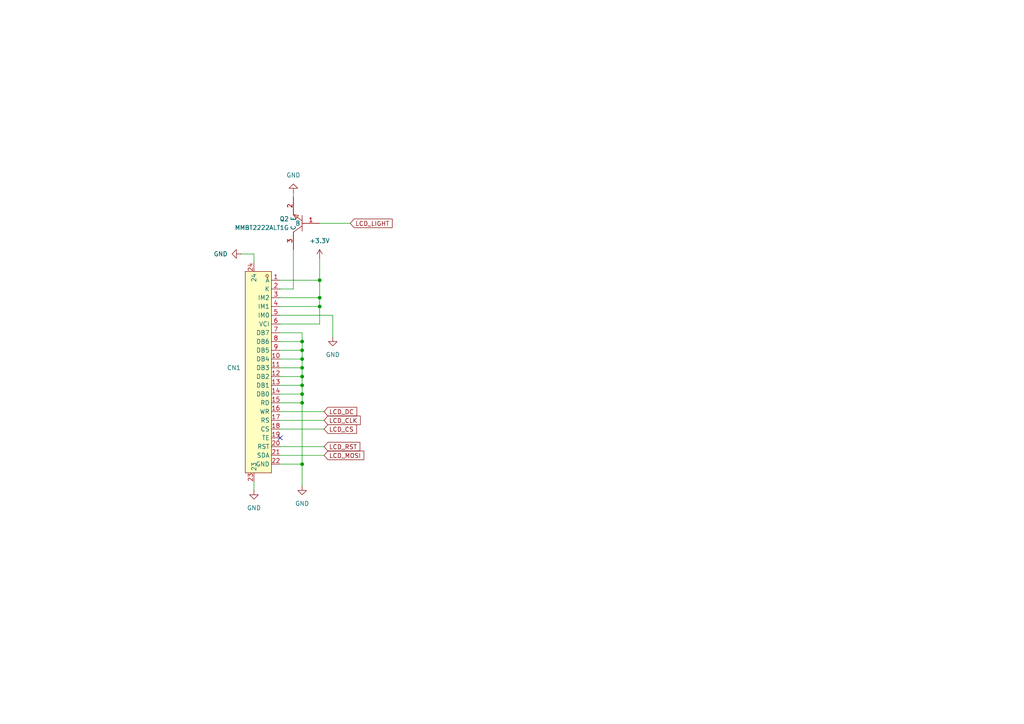
<source format=kicad_sch>
(kicad_sch (version 20250114) (generator "eeschema") (generator_version "9.0")
  (paper "A4")
  (lib_symbols
    (symbol "easyeda2kicad:HC-FPC-05-09-22RLTAG"
      (property "Reference" "CN" (at 0 36.83 0))
      (property "Value" "HC-FPC-05-09-22RLTAG" (at 0 -36.83 0))
      (symbol "HC-FPC-05-09-22RLTAG_0_1"
        (rectangle (start -2.54 29.21) (end 5.08 -29.21) (fill (type background)))
        (circle (center -1.27 27.94) (radius 0.38))
        (pin unspecified line (at -5.08 26.67 0) (length 2.54) (name "A") (number "1"))
        (pin unspecified line (at -5.08 24.13 0) (length 2.54) (name "K") (number "2"))
        (pin unspecified line (at -5.08 21.59 0) (length 2.54) (name "IM2") (number "3"))
        (pin unspecified line (at -5.08 19.05 0) (length 2.54) (name "IM1") (number "4"))
        (pin unspecified line (at -5.08 16.51 0) (length 2.54) (name "IM0") (number "5"))
        (pin unspecified line (at -5.08 13.97 0) (length 2.54) (name "VCI") (number "6"))
        (pin unspecified line (at -5.08 11.43 0) (length 2.54) (name "DB7") (number "7"))
        (pin unspecified line (at -5.08 8.89 0) (length 2.54) (name "DB6") (number "8"))
        (pin unspecified line (at -5.08 6.35 0) (length 2.54) (name "DB5") (number "9"))
        (pin unspecified line (at -5.08 3.81 0) (length 2.54) (name "DB4") (number "10"))
        (pin unspecified line (at -5.08 1.27 0) (length 2.54) (name "DB3") (number "11"))
        (pin unspecified line (at -5.08 -1.27 0) (length 2.54) (name "DB2") (number "12"))
        (pin unspecified line (at -5.08 -3.81 0) (length 2.54) (name "DB1") (number "13"))
        (pin unspecified line (at -5.08 -6.35 0) (length 2.54) (name "DB0") (number "14"))
        (pin unspecified line (at -5.08 -8.89 0) (length 2.54) (name "RD") (number "15"))
        (pin unspecified line (at -5.08 -11.43 0) (length 2.54) (name "WR") (number "16"))
        (pin unspecified line (at -5.08 -13.97 0) (length 2.54) (name "RS") (number "17"))
        (pin unspecified line (at -5.08 -16.51 0) (length 2.54) (name "CS") (number "18"))
        (pin unspecified line (at -5.08 -19.05 0) (length 2.54) (name "TE") (number "19"))
        (pin unspecified line (at -5.08 -21.59 0) (length 2.54) (name "RST") (number "20"))
        (pin unspecified line (at -5.08 -24.13 0) (length 2.54) (name "SDA") (number "21"))
        (pin unspecified line (at -5.08 -26.67 0) (length 2.54) (name "GND") (number "22"))
        (pin unspecified line (at 2.54 31.75 270) (length 2.54) (name "24") (number "24"))
        (pin unspecified line (at 2.54 -31.75 90) (length 2.54) (name "23") (number "23"))
      )
    )
    (symbol "easyeda2kicad:MMBT2222ALT1G"
      (property "Reference" "Q" (at 0 12.7 0))
      (property "Value" "MMBT2222ALT1G" (at 0 -12.7 0))
      (symbol "MMBT2222ALT1G_0_1"
        (polyline (pts (xy 0 2.29) (xy 0 -2.29)))
        (polyline (pts (xy 0 -0.76) (xy 2.54 -2.54)))
        (polyline (pts (xy 2.54 2.54) (xy 0 0.76)))
        (polyline (pts (xy 2.54 -2.54) (xy 1.78 -1.27) (xy 1.02 -2.29) (xy 2.54 -2.54)) (fill (type background)))
        (pin unspecified line (at -5.08 0 0) (length 5.08) (name "B") (number "1"))
        (pin unspecified line (at 2.54 7.62 270) (length 5.08) (name "C") (number "3"))
        (pin unspecified line (at 2.54 -7.62 90) (length 5.08) (name "E") (number "2"))
      )
    )
    (symbol "power:+3.3V" (power) (pin_numbers (hide yes)) (pin_names (offset 0) (hide yes))
      (property "Value" "+3.3V" (at 0 3.556 0))
      (symbol "+3.3V_0_1"
        (polyline (pts (xy -0.762 1.27) (xy 0 2.54)))
        (polyline (pts (xy 0 2.54) (xy 0.762 1.27)))
        (polyline (pts (xy 0 0) (xy 0 2.54)))
      )
      (symbol "+3.3V_1_1"
        (pin power_in line (at 0 0 90) (length 0) (name "~") (number "1"))
      )
    )
    (symbol "power:GND" (power) (pin_numbers (hide yes)) (pin_names (offset 0) (hide yes))
      (property "Value" "GND" (at 0 -3.81 0))
      (symbol "GND_0_1"
        (polyline (pts (xy 0 0) (xy 0 -1.27) (xy 1.27 -1.27) (xy 0 -2.54) (xy -1.27 -1.27) (xy 0 -1.27)))
      )
      (symbol "GND_1_1"
        (pin power_in line (at 0 0 270) (length 0) (name "~") (number "1"))
      )
    )
  )
  (junction (at 92.71 81.28))
  (junction (at 87.63 104.14))
  (junction (at 87.63 111.76))
  (junction (at 92.71 86.36))
  (junction (at 87.63 99.06))
  (junction (at 87.63 114.3))
  (junction (at 87.63 109.22))
  (junction (at 87.63 106.68))
  (junction (at 87.63 116.84))
  (junction (at 87.63 134.62))
  (junction (at 92.71 88.9))
  (junction (at 87.63 101.6))
  (no_connect (at 81.28 127))
  (wire (pts (xy 92.71 74.93) (xy 92.71 81.28)))
  (wire (pts (xy 81.28 109.22) (xy 87.63 109.22)))
  (wire (pts (xy 81.28 91.44) (xy 96.52 91.44)))
  (wire (pts (xy 87.63 104.14) (xy 87.63 106.68)))
  (wire (pts (xy 87.63 140.97) (xy 87.63 134.62)))
  (wire (pts (xy 87.63 109.22) (xy 87.63 111.76)))
  (wire (pts (xy 81.28 132.08) (xy 93.98 132.08)))
  (wire (pts (xy 92.71 88.9) (xy 92.71 93.98)))
  (wire (pts (xy 81.28 129.54) (xy 93.98 129.54)))
  (wire (pts (xy 96.52 97.79) (xy 96.52 91.44)))
  (wire (pts (xy 69.85 73.66) (xy 73.66 73.66)))
  (wire (pts (xy 87.63 101.6) (xy 87.63 104.14)))
  (wire (pts (xy 81.28 104.14) (xy 87.63 104.14)))
  (wire (pts (xy 73.66 139.7) (xy 73.66 142.24)))
  (wire (pts (xy 81.28 121.92) (xy 93.98 121.92)))
  (wire (pts (xy 92.71 86.36) (xy 92.71 88.9)))
  (wire (pts (xy 87.63 106.68) (xy 87.63 109.22)))
  (wire (pts (xy 87.63 134.62) (xy 81.28 134.62)))
  (wire (pts (xy 92.71 64.77) (xy 101.6 64.77)))
  (wire (pts (xy 81.28 99.06) (xy 87.63 99.06)))
  (wire (pts (xy 87.63 111.76) (xy 87.63 114.3)))
  (wire (pts (xy 87.63 99.06) (xy 87.63 101.6)))
  (wire (pts (xy 81.28 81.28) (xy 92.71 81.28)))
  (wire (pts (xy 85.09 72.39) (xy 85.09 83.82)))
  (wire (pts (xy 81.28 106.68) (xy 87.63 106.68)))
  (wire (pts (xy 81.28 96.52) (xy 87.63 96.52)))
  (wire (pts (xy 92.71 93.98) (xy 81.28 93.98)))
  (wire (pts (xy 81.28 111.76) (xy 87.63 111.76)))
  (wire (pts (xy 85.09 55.88) (xy 85.09 57.15)))
  (wire (pts (xy 81.28 116.84) (xy 87.63 116.84)))
  (wire (pts (xy 92.71 81.28) (xy 92.71 86.36)))
  (wire (pts (xy 87.63 96.52) (xy 87.63 99.06)))
  (wire (pts (xy 81.28 124.46) (xy 93.98 124.46)))
  (wire (pts (xy 81.28 119.38) (xy 93.98 119.38)))
  (wire (pts (xy 85.09 83.82) (xy 81.28 83.82)))
  (wire (pts (xy 81.28 101.6) (xy 87.63 101.6)))
  (wire (pts (xy 73.66 73.66) (xy 73.66 76.2)))
  (wire (pts (xy 87.63 116.84) (xy 87.63 134.62)))
  (wire (pts (xy 81.28 86.36) (xy 92.71 86.36)))
  (wire (pts (xy 81.28 88.9) (xy 92.71 88.9)))
  (wire (pts (xy 87.63 114.3) (xy 87.63 116.84)))
  (wire (pts (xy 81.28 114.3) (xy 87.63 114.3)))
  (global_label "LCD_MOSI" (shape input) (at 93.98 132.08 0) (property "Intersheetrefs" "${INTERSHEET_REFS}" (effects (hide yes))))
  (global_label "LCD_RST" (shape input) (at 93.98 129.54 0) (property "Intersheetrefs" "${INTERSHEET_REFS}" (effects (hide yes))))
  (global_label "LCD_CLK" (shape input) (at 93.98 121.92 0) (property "Intersheetrefs" "${INTERSHEET_REFS}" (effects (hide yes))))
  (global_label "LCD_CS" (shape input) (at 93.98 124.46 0) (property "Intersheetrefs" "${INTERSHEET_REFS}" (effects (hide yes))))
  (global_label "LCD_LIGHT" (shape input) (at 101.6 64.77 0) (property "Intersheetrefs" "${INTERSHEET_REFS}" (effects (hide yes))))
  (global_label "LCD_DC" (shape input) (at 93.98 119.38 0) (property "Intersheetrefs" "${INTERSHEET_REFS}" (effects (hide yes))))
  (symbol (lib_id "power:GND") (at 87.63 140.97 0) (unit 1)
    (property "Reference" "#PWR033" (effects (hide yes)))
    (property "Value" "GND" (at 87.63 146.05 0))
    (property "Description" "Power symbol creates a global label with name \"GND\" , ground" (effects (hide yes)))
  )
  (symbol (lib_id "power:GND") (at 73.66 142.24 0) (unit 1)
    (property "Reference" "#PWR066" (effects (hide yes)))
    (property "Value" "GND" (at 73.66 147.32 0))
    (property "Description" "Power symbol creates a global label with name \"GND\" , ground" (effects (hide yes)))
  )
  (symbol (lib_id "power:GND") (at 96.52 97.79 0) (unit 1)
    (property "Reference" "#PWR055" (effects (hide yes)))
    (property "Value" "GND" (at 96.52 102.87 0))
    (property "Description" "Power symbol creates a global label with name \"GND\" , ground" (effects (hide yes)))
  )
  (symbol (lib_id "power:+3.3V") (at 92.71 74.93 0) (unit 1)
    (property "Reference" "#PWR032" (effects (hide yes)))
    (property "Value" "+3.3V" (at 92.71 69.85 0))
    (property "Description" "Power symbol creates a global label with name \"+3.3V\"" (effects (hide yes)))
  )
  (symbol (lib_id "power:GND") (at 69.85 73.66 270) (unit 1)
    (property "Reference" "#PWR067" (effects (hide yes)))
    (property "Value" "GND" (at 66.04 73.6599 90) (effects (justify right)))
    (property "Description" "Power symbol creates a global label with name \"GND\" , ground" (effects (hide yes)))
  )
  (symbol (lib_id "power:GND") (at 85.09 55.88 180) (unit 1)
    (property "Reference" "#PWR065" (effects (hide yes)))
    (property "Value" "GND" (at 85.09 50.8 0))
    (property "Description" "Power symbol creates a global label with name \"GND\" , ground" (effects (hide yes)))
  )
  (symbol (lib_id "easyeda2kicad:HC-FPC-05-09-22RLTAG") (at 76.2 107.95 0) (mirror y) (unit 1)
    (property "Reference" "CN1" (at 69.85 106.6799 0) (effects (justify left)))
    (property "Value" "HC-FPC-05-09-22RLTAG" (effects (hide yes)))
    (property "Footprint" "easyeda2kicad:CONN-SMD_22P-P0.50_HCTL_HC-FPC-05-09-22RLTAG" (effects (hide yes)))
    (property "LCSC Part" "C5213756" (effects (hide yes)))
  )
  (symbol (lib_id "easyeda2kicad:MMBT2222ALT1G") (at 87.63 64.77 180) (unit 1)
    (property "Reference" "Q2" (at 83.82 63.4999 0) (effects (justify left)))
    (property "Value" "MMBT2222ALT1G" (at 83.82 66.0399 0) (effects (justify left)))
    (property "Footprint" "easyeda2kicad:SOT-23-3_L2.9-W1.3-P1.90-LS2.4-BR" (effects (hide yes)))
    (property "Datasheet" "https://lcsc.com/product-detail/Transistors-NPN-PNP_ON_MMBT2222ALT1G_MMBT2222ALT1G_C82460.html" (effects (hide yes)))
    (property "LCSC Part" "C82460" (effects (hide yes)))
  )
)
</source>
